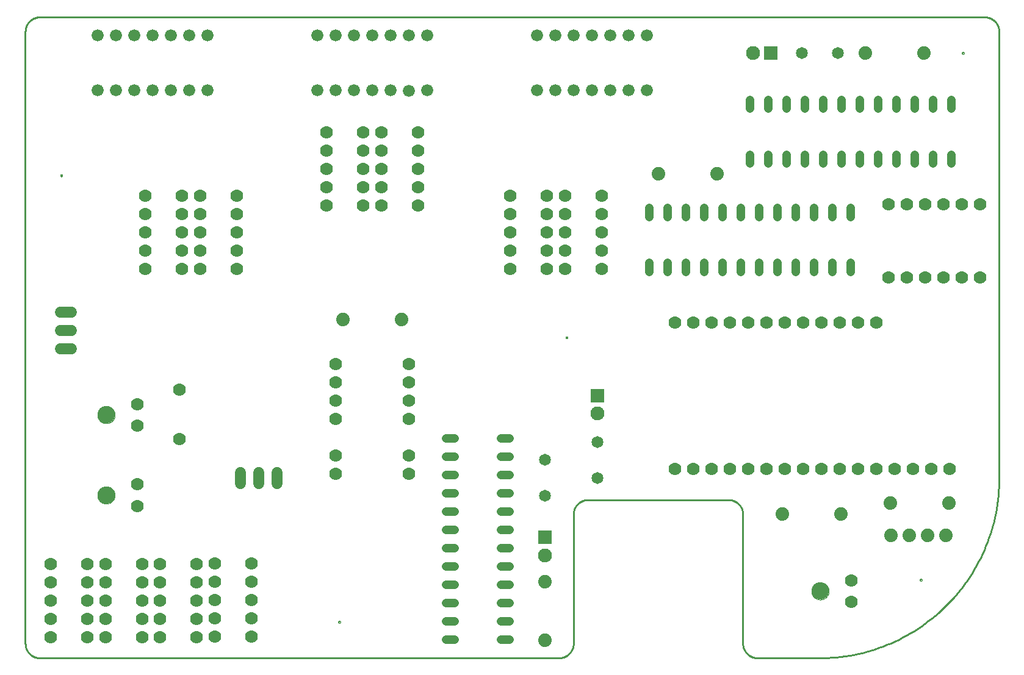
<source format=gbs>
G75*
%MOIN*%
%OFA0B0*%
%FSLAX25Y25*%
%IPPOS*%
%LPD*%
%AMOC8*
5,1,8,0,0,1.08239X$1,22.5*
%
%ADD10C,0.00000*%
%ADD11C,0.01200*%
%ADD12C,0.01000*%
%ADD13C,0.07000*%
%ADD14C,0.06600*%
%ADD15C,0.04800*%
%ADD16C,0.06000*%
%ADD17C,0.09488*%
%ADD18C,0.07600*%
%ADD19R,0.07600X0.07600*%
%ADD20C,0.07400*%
%ADD21C,0.06500*%
D10*
X0040890Y0090550D02*
X0040892Y0090687D01*
X0040898Y0090825D01*
X0040908Y0090962D01*
X0040922Y0091098D01*
X0040940Y0091234D01*
X0040961Y0091370D01*
X0040987Y0091505D01*
X0041017Y0091639D01*
X0041050Y0091772D01*
X0041087Y0091905D01*
X0041129Y0092036D01*
X0041173Y0092165D01*
X0041222Y0092294D01*
X0041274Y0092421D01*
X0041330Y0092546D01*
X0041390Y0092670D01*
X0041453Y0092792D01*
X0041520Y0092912D01*
X0041590Y0093030D01*
X0041663Y0093146D01*
X0041740Y0093260D01*
X0041820Y0093372D01*
X0041904Y0093481D01*
X0041990Y0093588D01*
X0042080Y0093692D01*
X0042172Y0093793D01*
X0042267Y0093892D01*
X0042366Y0093988D01*
X0042466Y0094082D01*
X0042570Y0094172D01*
X0042676Y0094259D01*
X0042785Y0094343D01*
X0042896Y0094424D01*
X0043009Y0094502D01*
X0043125Y0094576D01*
X0043242Y0094647D01*
X0043362Y0094714D01*
X0043483Y0094778D01*
X0043607Y0094839D01*
X0043732Y0094896D01*
X0043858Y0094949D01*
X0043986Y0094999D01*
X0044116Y0095045D01*
X0044247Y0095087D01*
X0044379Y0095125D01*
X0044512Y0095159D01*
X0044645Y0095190D01*
X0044780Y0095217D01*
X0044916Y0095239D01*
X0045052Y0095258D01*
X0045188Y0095273D01*
X0045325Y0095284D01*
X0045462Y0095291D01*
X0045600Y0095294D01*
X0045737Y0095293D01*
X0045874Y0095288D01*
X0046011Y0095279D01*
X0046148Y0095266D01*
X0046284Y0095249D01*
X0046420Y0095228D01*
X0046555Y0095204D01*
X0046690Y0095175D01*
X0046823Y0095143D01*
X0046956Y0095106D01*
X0047087Y0095066D01*
X0047217Y0095022D01*
X0047346Y0094974D01*
X0047473Y0094923D01*
X0047599Y0094868D01*
X0047723Y0094809D01*
X0047846Y0094747D01*
X0047966Y0094681D01*
X0048085Y0094612D01*
X0048201Y0094539D01*
X0048316Y0094463D01*
X0048428Y0094384D01*
X0048538Y0094301D01*
X0048645Y0094216D01*
X0048750Y0094127D01*
X0048852Y0094035D01*
X0048952Y0093941D01*
X0049049Y0093843D01*
X0049143Y0093743D01*
X0049234Y0093640D01*
X0049322Y0093535D01*
X0049406Y0093427D01*
X0049488Y0093316D01*
X0049567Y0093203D01*
X0049642Y0093088D01*
X0049714Y0092971D01*
X0049782Y0092852D01*
X0049847Y0092731D01*
X0049908Y0092608D01*
X0049966Y0092484D01*
X0050020Y0092358D01*
X0050071Y0092230D01*
X0050117Y0092101D01*
X0050160Y0091970D01*
X0050200Y0091839D01*
X0050235Y0091706D01*
X0050267Y0091572D01*
X0050294Y0091438D01*
X0050318Y0091302D01*
X0050338Y0091166D01*
X0050354Y0091030D01*
X0050366Y0090893D01*
X0050374Y0090756D01*
X0050378Y0090619D01*
X0050378Y0090481D01*
X0050374Y0090344D01*
X0050366Y0090207D01*
X0050354Y0090070D01*
X0050338Y0089934D01*
X0050318Y0089798D01*
X0050294Y0089662D01*
X0050267Y0089528D01*
X0050235Y0089394D01*
X0050200Y0089261D01*
X0050160Y0089130D01*
X0050117Y0088999D01*
X0050071Y0088870D01*
X0050020Y0088742D01*
X0049966Y0088616D01*
X0049908Y0088492D01*
X0049847Y0088369D01*
X0049782Y0088248D01*
X0049714Y0088129D01*
X0049642Y0088012D01*
X0049567Y0087897D01*
X0049488Y0087784D01*
X0049406Y0087673D01*
X0049322Y0087565D01*
X0049234Y0087460D01*
X0049143Y0087357D01*
X0049049Y0087257D01*
X0048952Y0087159D01*
X0048852Y0087065D01*
X0048750Y0086973D01*
X0048645Y0086884D01*
X0048538Y0086799D01*
X0048428Y0086716D01*
X0048316Y0086637D01*
X0048201Y0086561D01*
X0048085Y0086488D01*
X0047966Y0086419D01*
X0047846Y0086353D01*
X0047723Y0086291D01*
X0047599Y0086232D01*
X0047473Y0086177D01*
X0047346Y0086126D01*
X0047217Y0086078D01*
X0047087Y0086034D01*
X0046956Y0085994D01*
X0046823Y0085957D01*
X0046690Y0085925D01*
X0046555Y0085896D01*
X0046420Y0085872D01*
X0046284Y0085851D01*
X0046148Y0085834D01*
X0046011Y0085821D01*
X0045874Y0085812D01*
X0045737Y0085807D01*
X0045600Y0085806D01*
X0045462Y0085809D01*
X0045325Y0085816D01*
X0045188Y0085827D01*
X0045052Y0085842D01*
X0044916Y0085861D01*
X0044780Y0085883D01*
X0044645Y0085910D01*
X0044512Y0085941D01*
X0044379Y0085975D01*
X0044247Y0086013D01*
X0044116Y0086055D01*
X0043986Y0086101D01*
X0043858Y0086151D01*
X0043732Y0086204D01*
X0043607Y0086261D01*
X0043483Y0086322D01*
X0043362Y0086386D01*
X0043242Y0086453D01*
X0043125Y0086524D01*
X0043009Y0086598D01*
X0042896Y0086676D01*
X0042785Y0086757D01*
X0042676Y0086841D01*
X0042570Y0086928D01*
X0042466Y0087018D01*
X0042366Y0087112D01*
X0042267Y0087208D01*
X0042172Y0087307D01*
X0042080Y0087408D01*
X0041990Y0087512D01*
X0041904Y0087619D01*
X0041820Y0087728D01*
X0041740Y0087840D01*
X0041663Y0087954D01*
X0041590Y0088070D01*
X0041520Y0088188D01*
X0041453Y0088308D01*
X0041390Y0088430D01*
X0041330Y0088554D01*
X0041274Y0088679D01*
X0041222Y0088806D01*
X0041173Y0088935D01*
X0041129Y0089064D01*
X0041087Y0089195D01*
X0041050Y0089328D01*
X0041017Y0089461D01*
X0040987Y0089595D01*
X0040961Y0089730D01*
X0040940Y0089866D01*
X0040922Y0090002D01*
X0040908Y0090138D01*
X0040898Y0090275D01*
X0040892Y0090413D01*
X0040890Y0090550D01*
X0040914Y0134457D02*
X0040916Y0134594D01*
X0040922Y0134732D01*
X0040932Y0134869D01*
X0040946Y0135005D01*
X0040964Y0135141D01*
X0040985Y0135277D01*
X0041011Y0135412D01*
X0041041Y0135546D01*
X0041074Y0135679D01*
X0041111Y0135812D01*
X0041153Y0135943D01*
X0041197Y0136072D01*
X0041246Y0136201D01*
X0041298Y0136328D01*
X0041354Y0136453D01*
X0041414Y0136577D01*
X0041477Y0136699D01*
X0041544Y0136819D01*
X0041614Y0136937D01*
X0041687Y0137053D01*
X0041764Y0137167D01*
X0041844Y0137279D01*
X0041928Y0137388D01*
X0042014Y0137495D01*
X0042104Y0137599D01*
X0042196Y0137700D01*
X0042291Y0137799D01*
X0042390Y0137895D01*
X0042490Y0137989D01*
X0042594Y0138079D01*
X0042700Y0138166D01*
X0042809Y0138250D01*
X0042920Y0138331D01*
X0043033Y0138409D01*
X0043149Y0138483D01*
X0043266Y0138554D01*
X0043386Y0138621D01*
X0043507Y0138685D01*
X0043631Y0138746D01*
X0043756Y0138803D01*
X0043882Y0138856D01*
X0044010Y0138906D01*
X0044140Y0138952D01*
X0044271Y0138994D01*
X0044403Y0139032D01*
X0044536Y0139066D01*
X0044669Y0139097D01*
X0044804Y0139124D01*
X0044940Y0139146D01*
X0045076Y0139165D01*
X0045212Y0139180D01*
X0045349Y0139191D01*
X0045486Y0139198D01*
X0045624Y0139201D01*
X0045761Y0139200D01*
X0045898Y0139195D01*
X0046035Y0139186D01*
X0046172Y0139173D01*
X0046308Y0139156D01*
X0046444Y0139135D01*
X0046579Y0139111D01*
X0046714Y0139082D01*
X0046847Y0139050D01*
X0046980Y0139013D01*
X0047111Y0138973D01*
X0047241Y0138929D01*
X0047370Y0138881D01*
X0047497Y0138830D01*
X0047623Y0138775D01*
X0047747Y0138716D01*
X0047870Y0138654D01*
X0047990Y0138588D01*
X0048109Y0138519D01*
X0048225Y0138446D01*
X0048340Y0138370D01*
X0048452Y0138291D01*
X0048562Y0138208D01*
X0048669Y0138123D01*
X0048774Y0138034D01*
X0048876Y0137942D01*
X0048976Y0137848D01*
X0049073Y0137750D01*
X0049167Y0137650D01*
X0049258Y0137547D01*
X0049346Y0137442D01*
X0049430Y0137334D01*
X0049512Y0137223D01*
X0049591Y0137110D01*
X0049666Y0136995D01*
X0049738Y0136878D01*
X0049806Y0136759D01*
X0049871Y0136638D01*
X0049932Y0136515D01*
X0049990Y0136391D01*
X0050044Y0136265D01*
X0050095Y0136137D01*
X0050141Y0136008D01*
X0050184Y0135877D01*
X0050224Y0135746D01*
X0050259Y0135613D01*
X0050291Y0135479D01*
X0050318Y0135345D01*
X0050342Y0135209D01*
X0050362Y0135073D01*
X0050378Y0134937D01*
X0050390Y0134800D01*
X0050398Y0134663D01*
X0050402Y0134526D01*
X0050402Y0134388D01*
X0050398Y0134251D01*
X0050390Y0134114D01*
X0050378Y0133977D01*
X0050362Y0133841D01*
X0050342Y0133705D01*
X0050318Y0133569D01*
X0050291Y0133435D01*
X0050259Y0133301D01*
X0050224Y0133168D01*
X0050184Y0133037D01*
X0050141Y0132906D01*
X0050095Y0132777D01*
X0050044Y0132649D01*
X0049990Y0132523D01*
X0049932Y0132399D01*
X0049871Y0132276D01*
X0049806Y0132155D01*
X0049738Y0132036D01*
X0049666Y0131919D01*
X0049591Y0131804D01*
X0049512Y0131691D01*
X0049430Y0131580D01*
X0049346Y0131472D01*
X0049258Y0131367D01*
X0049167Y0131264D01*
X0049073Y0131164D01*
X0048976Y0131066D01*
X0048876Y0130972D01*
X0048774Y0130880D01*
X0048669Y0130791D01*
X0048562Y0130706D01*
X0048452Y0130623D01*
X0048340Y0130544D01*
X0048225Y0130468D01*
X0048109Y0130395D01*
X0047990Y0130326D01*
X0047870Y0130260D01*
X0047747Y0130198D01*
X0047623Y0130139D01*
X0047497Y0130084D01*
X0047370Y0130033D01*
X0047241Y0129985D01*
X0047111Y0129941D01*
X0046980Y0129901D01*
X0046847Y0129864D01*
X0046714Y0129832D01*
X0046579Y0129803D01*
X0046444Y0129779D01*
X0046308Y0129758D01*
X0046172Y0129741D01*
X0046035Y0129728D01*
X0045898Y0129719D01*
X0045761Y0129714D01*
X0045624Y0129713D01*
X0045486Y0129716D01*
X0045349Y0129723D01*
X0045212Y0129734D01*
X0045076Y0129749D01*
X0044940Y0129768D01*
X0044804Y0129790D01*
X0044669Y0129817D01*
X0044536Y0129848D01*
X0044403Y0129882D01*
X0044271Y0129920D01*
X0044140Y0129962D01*
X0044010Y0130008D01*
X0043882Y0130058D01*
X0043756Y0130111D01*
X0043631Y0130168D01*
X0043507Y0130229D01*
X0043386Y0130293D01*
X0043266Y0130360D01*
X0043149Y0130431D01*
X0043033Y0130505D01*
X0042920Y0130583D01*
X0042809Y0130664D01*
X0042700Y0130748D01*
X0042594Y0130835D01*
X0042490Y0130925D01*
X0042390Y0131019D01*
X0042291Y0131115D01*
X0042196Y0131214D01*
X0042104Y0131315D01*
X0042014Y0131419D01*
X0041928Y0131526D01*
X0041844Y0131635D01*
X0041764Y0131747D01*
X0041687Y0131861D01*
X0041614Y0131977D01*
X0041544Y0132095D01*
X0041477Y0132215D01*
X0041414Y0132337D01*
X0041354Y0132461D01*
X0041298Y0132586D01*
X0041246Y0132713D01*
X0041197Y0132842D01*
X0041153Y0132971D01*
X0041111Y0133102D01*
X0041074Y0133235D01*
X0041041Y0133368D01*
X0041011Y0133502D01*
X0040985Y0133637D01*
X0040964Y0133773D01*
X0040946Y0133909D01*
X0040932Y0134045D01*
X0040922Y0134182D01*
X0040916Y0134320D01*
X0040914Y0134457D01*
X0172424Y0021185D02*
X0172426Y0021234D01*
X0172432Y0021282D01*
X0172442Y0021330D01*
X0172456Y0021377D01*
X0172473Y0021423D01*
X0172494Y0021467D01*
X0172519Y0021509D01*
X0172547Y0021549D01*
X0172579Y0021587D01*
X0172613Y0021622D01*
X0172650Y0021654D01*
X0172689Y0021683D01*
X0172731Y0021709D01*
X0172775Y0021731D01*
X0172820Y0021749D01*
X0172867Y0021764D01*
X0172914Y0021775D01*
X0172963Y0021782D01*
X0173012Y0021785D01*
X0173061Y0021784D01*
X0173109Y0021779D01*
X0173158Y0021770D01*
X0173205Y0021757D01*
X0173251Y0021740D01*
X0173295Y0021720D01*
X0173338Y0021696D01*
X0173379Y0021669D01*
X0173417Y0021638D01*
X0173453Y0021605D01*
X0173485Y0021569D01*
X0173515Y0021530D01*
X0173542Y0021489D01*
X0173565Y0021445D01*
X0173584Y0021400D01*
X0173600Y0021354D01*
X0173612Y0021307D01*
X0173620Y0021258D01*
X0173624Y0021209D01*
X0173624Y0021161D01*
X0173620Y0021112D01*
X0173612Y0021063D01*
X0173600Y0021016D01*
X0173584Y0020970D01*
X0173565Y0020925D01*
X0173542Y0020881D01*
X0173515Y0020840D01*
X0173485Y0020801D01*
X0173453Y0020765D01*
X0173417Y0020732D01*
X0173379Y0020701D01*
X0173338Y0020674D01*
X0173295Y0020650D01*
X0173251Y0020630D01*
X0173205Y0020613D01*
X0173158Y0020600D01*
X0173109Y0020591D01*
X0173061Y0020586D01*
X0173012Y0020585D01*
X0172963Y0020588D01*
X0172914Y0020595D01*
X0172867Y0020606D01*
X0172820Y0020621D01*
X0172775Y0020639D01*
X0172731Y0020661D01*
X0172689Y0020687D01*
X0172650Y0020716D01*
X0172613Y0020748D01*
X0172579Y0020783D01*
X0172547Y0020821D01*
X0172519Y0020861D01*
X0172494Y0020903D01*
X0172473Y0020947D01*
X0172456Y0020993D01*
X0172442Y0021040D01*
X0172432Y0021088D01*
X0172426Y0021136D01*
X0172424Y0021185D01*
X0296577Y0176697D02*
X0296579Y0176746D01*
X0296585Y0176794D01*
X0296595Y0176842D01*
X0296609Y0176889D01*
X0296626Y0176935D01*
X0296647Y0176979D01*
X0296672Y0177021D01*
X0296700Y0177061D01*
X0296732Y0177099D01*
X0296766Y0177134D01*
X0296803Y0177166D01*
X0296842Y0177195D01*
X0296884Y0177221D01*
X0296928Y0177243D01*
X0296973Y0177261D01*
X0297020Y0177276D01*
X0297067Y0177287D01*
X0297116Y0177294D01*
X0297165Y0177297D01*
X0297214Y0177296D01*
X0297262Y0177291D01*
X0297311Y0177282D01*
X0297358Y0177269D01*
X0297404Y0177252D01*
X0297448Y0177232D01*
X0297491Y0177208D01*
X0297532Y0177181D01*
X0297570Y0177150D01*
X0297606Y0177117D01*
X0297638Y0177081D01*
X0297668Y0177042D01*
X0297695Y0177001D01*
X0297718Y0176957D01*
X0297737Y0176912D01*
X0297753Y0176866D01*
X0297765Y0176819D01*
X0297773Y0176770D01*
X0297777Y0176721D01*
X0297777Y0176673D01*
X0297773Y0176624D01*
X0297765Y0176575D01*
X0297753Y0176528D01*
X0297737Y0176482D01*
X0297718Y0176437D01*
X0297695Y0176393D01*
X0297668Y0176352D01*
X0297638Y0176313D01*
X0297606Y0176277D01*
X0297570Y0176244D01*
X0297532Y0176213D01*
X0297491Y0176186D01*
X0297448Y0176162D01*
X0297404Y0176142D01*
X0297358Y0176125D01*
X0297311Y0176112D01*
X0297262Y0176103D01*
X0297214Y0176098D01*
X0297165Y0176097D01*
X0297116Y0176100D01*
X0297067Y0176107D01*
X0297020Y0176118D01*
X0296973Y0176133D01*
X0296928Y0176151D01*
X0296884Y0176173D01*
X0296842Y0176199D01*
X0296803Y0176228D01*
X0296766Y0176260D01*
X0296732Y0176295D01*
X0296700Y0176333D01*
X0296672Y0176373D01*
X0296647Y0176415D01*
X0296626Y0176459D01*
X0296609Y0176505D01*
X0296595Y0176552D01*
X0296585Y0176600D01*
X0296579Y0176648D01*
X0296577Y0176697D01*
X0490050Y0044248D02*
X0490052Y0044297D01*
X0490058Y0044345D01*
X0490068Y0044393D01*
X0490082Y0044440D01*
X0490099Y0044486D01*
X0490120Y0044530D01*
X0490145Y0044572D01*
X0490173Y0044612D01*
X0490205Y0044650D01*
X0490239Y0044685D01*
X0490276Y0044717D01*
X0490315Y0044746D01*
X0490357Y0044772D01*
X0490401Y0044794D01*
X0490446Y0044812D01*
X0490493Y0044827D01*
X0490540Y0044838D01*
X0490589Y0044845D01*
X0490638Y0044848D01*
X0490687Y0044847D01*
X0490735Y0044842D01*
X0490784Y0044833D01*
X0490831Y0044820D01*
X0490877Y0044803D01*
X0490921Y0044783D01*
X0490964Y0044759D01*
X0491005Y0044732D01*
X0491043Y0044701D01*
X0491079Y0044668D01*
X0491111Y0044632D01*
X0491141Y0044593D01*
X0491168Y0044552D01*
X0491191Y0044508D01*
X0491210Y0044463D01*
X0491226Y0044417D01*
X0491238Y0044370D01*
X0491246Y0044321D01*
X0491250Y0044272D01*
X0491250Y0044224D01*
X0491246Y0044175D01*
X0491238Y0044126D01*
X0491226Y0044079D01*
X0491210Y0044033D01*
X0491191Y0043988D01*
X0491168Y0043944D01*
X0491141Y0043903D01*
X0491111Y0043864D01*
X0491079Y0043828D01*
X0491043Y0043795D01*
X0491005Y0043764D01*
X0490964Y0043737D01*
X0490921Y0043713D01*
X0490877Y0043693D01*
X0490831Y0043676D01*
X0490784Y0043663D01*
X0490735Y0043654D01*
X0490687Y0043649D01*
X0490638Y0043648D01*
X0490589Y0043651D01*
X0490540Y0043658D01*
X0490493Y0043669D01*
X0490446Y0043684D01*
X0490401Y0043702D01*
X0490357Y0043724D01*
X0490315Y0043750D01*
X0490276Y0043779D01*
X0490239Y0043811D01*
X0490205Y0043846D01*
X0490173Y0043884D01*
X0490145Y0043924D01*
X0490120Y0043966D01*
X0490099Y0044010D01*
X0490082Y0044056D01*
X0490068Y0044103D01*
X0490058Y0044151D01*
X0490052Y0044199D01*
X0490050Y0044248D01*
X0430906Y0038102D02*
X0430908Y0038239D01*
X0430914Y0038377D01*
X0430924Y0038514D01*
X0430938Y0038650D01*
X0430956Y0038786D01*
X0430977Y0038922D01*
X0431003Y0039057D01*
X0431033Y0039191D01*
X0431066Y0039324D01*
X0431103Y0039457D01*
X0431145Y0039588D01*
X0431189Y0039717D01*
X0431238Y0039846D01*
X0431290Y0039973D01*
X0431346Y0040098D01*
X0431406Y0040222D01*
X0431469Y0040344D01*
X0431536Y0040464D01*
X0431606Y0040582D01*
X0431679Y0040698D01*
X0431756Y0040812D01*
X0431836Y0040924D01*
X0431920Y0041033D01*
X0432006Y0041140D01*
X0432096Y0041244D01*
X0432188Y0041345D01*
X0432283Y0041444D01*
X0432382Y0041540D01*
X0432482Y0041634D01*
X0432586Y0041724D01*
X0432692Y0041811D01*
X0432801Y0041895D01*
X0432912Y0041976D01*
X0433025Y0042054D01*
X0433141Y0042128D01*
X0433258Y0042199D01*
X0433378Y0042266D01*
X0433499Y0042330D01*
X0433623Y0042391D01*
X0433748Y0042448D01*
X0433874Y0042501D01*
X0434002Y0042551D01*
X0434132Y0042597D01*
X0434263Y0042639D01*
X0434395Y0042677D01*
X0434528Y0042711D01*
X0434661Y0042742D01*
X0434796Y0042769D01*
X0434932Y0042791D01*
X0435068Y0042810D01*
X0435204Y0042825D01*
X0435341Y0042836D01*
X0435478Y0042843D01*
X0435616Y0042846D01*
X0435753Y0042845D01*
X0435890Y0042840D01*
X0436027Y0042831D01*
X0436164Y0042818D01*
X0436300Y0042801D01*
X0436436Y0042780D01*
X0436571Y0042756D01*
X0436706Y0042727D01*
X0436839Y0042695D01*
X0436972Y0042658D01*
X0437103Y0042618D01*
X0437233Y0042574D01*
X0437362Y0042526D01*
X0437489Y0042475D01*
X0437615Y0042420D01*
X0437739Y0042361D01*
X0437862Y0042299D01*
X0437982Y0042233D01*
X0438101Y0042164D01*
X0438217Y0042091D01*
X0438332Y0042015D01*
X0438444Y0041936D01*
X0438554Y0041853D01*
X0438661Y0041768D01*
X0438766Y0041679D01*
X0438868Y0041587D01*
X0438968Y0041493D01*
X0439065Y0041395D01*
X0439159Y0041295D01*
X0439250Y0041192D01*
X0439338Y0041087D01*
X0439422Y0040979D01*
X0439504Y0040868D01*
X0439583Y0040755D01*
X0439658Y0040640D01*
X0439730Y0040523D01*
X0439798Y0040404D01*
X0439863Y0040283D01*
X0439924Y0040160D01*
X0439982Y0040036D01*
X0440036Y0039910D01*
X0440087Y0039782D01*
X0440133Y0039653D01*
X0440176Y0039522D01*
X0440216Y0039391D01*
X0440251Y0039258D01*
X0440283Y0039124D01*
X0440310Y0038990D01*
X0440334Y0038854D01*
X0440354Y0038718D01*
X0440370Y0038582D01*
X0440382Y0038445D01*
X0440390Y0038308D01*
X0440394Y0038171D01*
X0440394Y0038033D01*
X0440390Y0037896D01*
X0440382Y0037759D01*
X0440370Y0037622D01*
X0440354Y0037486D01*
X0440334Y0037350D01*
X0440310Y0037214D01*
X0440283Y0037080D01*
X0440251Y0036946D01*
X0440216Y0036813D01*
X0440176Y0036682D01*
X0440133Y0036551D01*
X0440087Y0036422D01*
X0440036Y0036294D01*
X0439982Y0036168D01*
X0439924Y0036044D01*
X0439863Y0035921D01*
X0439798Y0035800D01*
X0439730Y0035681D01*
X0439658Y0035564D01*
X0439583Y0035449D01*
X0439504Y0035336D01*
X0439422Y0035225D01*
X0439338Y0035117D01*
X0439250Y0035012D01*
X0439159Y0034909D01*
X0439065Y0034809D01*
X0438968Y0034711D01*
X0438868Y0034617D01*
X0438766Y0034525D01*
X0438661Y0034436D01*
X0438554Y0034351D01*
X0438444Y0034268D01*
X0438332Y0034189D01*
X0438217Y0034113D01*
X0438101Y0034040D01*
X0437982Y0033971D01*
X0437862Y0033905D01*
X0437739Y0033843D01*
X0437615Y0033784D01*
X0437489Y0033729D01*
X0437362Y0033678D01*
X0437233Y0033630D01*
X0437103Y0033586D01*
X0436972Y0033546D01*
X0436839Y0033509D01*
X0436706Y0033477D01*
X0436571Y0033448D01*
X0436436Y0033424D01*
X0436300Y0033403D01*
X0436164Y0033386D01*
X0436027Y0033373D01*
X0435890Y0033364D01*
X0435753Y0033359D01*
X0435616Y0033358D01*
X0435478Y0033361D01*
X0435341Y0033368D01*
X0435204Y0033379D01*
X0435068Y0033394D01*
X0434932Y0033413D01*
X0434796Y0033435D01*
X0434661Y0033462D01*
X0434528Y0033493D01*
X0434395Y0033527D01*
X0434263Y0033565D01*
X0434132Y0033607D01*
X0434002Y0033653D01*
X0433874Y0033703D01*
X0433748Y0033756D01*
X0433623Y0033813D01*
X0433499Y0033874D01*
X0433378Y0033938D01*
X0433258Y0034005D01*
X0433141Y0034076D01*
X0433025Y0034150D01*
X0432912Y0034228D01*
X0432801Y0034309D01*
X0432692Y0034393D01*
X0432586Y0034480D01*
X0432482Y0034570D01*
X0432382Y0034664D01*
X0432283Y0034760D01*
X0432188Y0034859D01*
X0432096Y0034960D01*
X0432006Y0035064D01*
X0431920Y0035171D01*
X0431836Y0035280D01*
X0431756Y0035392D01*
X0431679Y0035506D01*
X0431606Y0035622D01*
X0431536Y0035740D01*
X0431469Y0035860D01*
X0431406Y0035982D01*
X0431346Y0036106D01*
X0431290Y0036231D01*
X0431238Y0036358D01*
X0431189Y0036487D01*
X0431145Y0036616D01*
X0431103Y0036747D01*
X0431066Y0036880D01*
X0431033Y0037013D01*
X0431003Y0037147D01*
X0430977Y0037282D01*
X0430956Y0037418D01*
X0430938Y0037554D01*
X0430924Y0037690D01*
X0430914Y0037827D01*
X0430908Y0037965D01*
X0430906Y0038102D01*
X0020585Y0265280D02*
X0020587Y0265329D01*
X0020593Y0265377D01*
X0020603Y0265425D01*
X0020617Y0265472D01*
X0020634Y0265518D01*
X0020655Y0265562D01*
X0020680Y0265604D01*
X0020708Y0265644D01*
X0020740Y0265682D01*
X0020774Y0265717D01*
X0020811Y0265749D01*
X0020850Y0265778D01*
X0020892Y0265804D01*
X0020936Y0265826D01*
X0020981Y0265844D01*
X0021028Y0265859D01*
X0021075Y0265870D01*
X0021124Y0265877D01*
X0021173Y0265880D01*
X0021222Y0265879D01*
X0021270Y0265874D01*
X0021319Y0265865D01*
X0021366Y0265852D01*
X0021412Y0265835D01*
X0021456Y0265815D01*
X0021499Y0265791D01*
X0021540Y0265764D01*
X0021578Y0265733D01*
X0021614Y0265700D01*
X0021646Y0265664D01*
X0021676Y0265625D01*
X0021703Y0265584D01*
X0021726Y0265540D01*
X0021745Y0265495D01*
X0021761Y0265449D01*
X0021773Y0265402D01*
X0021781Y0265353D01*
X0021785Y0265304D01*
X0021785Y0265256D01*
X0021781Y0265207D01*
X0021773Y0265158D01*
X0021761Y0265111D01*
X0021745Y0265065D01*
X0021726Y0265020D01*
X0021703Y0264976D01*
X0021676Y0264935D01*
X0021646Y0264896D01*
X0021614Y0264860D01*
X0021578Y0264827D01*
X0021540Y0264796D01*
X0021499Y0264769D01*
X0021456Y0264745D01*
X0021412Y0264725D01*
X0021366Y0264708D01*
X0021319Y0264695D01*
X0021270Y0264686D01*
X0021222Y0264681D01*
X0021173Y0264680D01*
X0021124Y0264683D01*
X0021075Y0264690D01*
X0021028Y0264701D01*
X0020981Y0264716D01*
X0020936Y0264734D01*
X0020892Y0264756D01*
X0020850Y0264782D01*
X0020811Y0264811D01*
X0020774Y0264843D01*
X0020740Y0264878D01*
X0020708Y0264916D01*
X0020680Y0264956D01*
X0020655Y0264998D01*
X0020634Y0265042D01*
X0020617Y0265088D01*
X0020603Y0265135D01*
X0020593Y0265183D01*
X0020587Y0265231D01*
X0020585Y0265280D01*
X0513113Y0332209D02*
X0513115Y0332258D01*
X0513121Y0332306D01*
X0513131Y0332354D01*
X0513145Y0332401D01*
X0513162Y0332447D01*
X0513183Y0332491D01*
X0513208Y0332533D01*
X0513236Y0332573D01*
X0513268Y0332611D01*
X0513302Y0332646D01*
X0513339Y0332678D01*
X0513378Y0332707D01*
X0513420Y0332733D01*
X0513464Y0332755D01*
X0513509Y0332773D01*
X0513556Y0332788D01*
X0513603Y0332799D01*
X0513652Y0332806D01*
X0513701Y0332809D01*
X0513750Y0332808D01*
X0513798Y0332803D01*
X0513847Y0332794D01*
X0513894Y0332781D01*
X0513940Y0332764D01*
X0513984Y0332744D01*
X0514027Y0332720D01*
X0514068Y0332693D01*
X0514106Y0332662D01*
X0514142Y0332629D01*
X0514174Y0332593D01*
X0514204Y0332554D01*
X0514231Y0332513D01*
X0514254Y0332469D01*
X0514273Y0332424D01*
X0514289Y0332378D01*
X0514301Y0332331D01*
X0514309Y0332282D01*
X0514313Y0332233D01*
X0514313Y0332185D01*
X0514309Y0332136D01*
X0514301Y0332087D01*
X0514289Y0332040D01*
X0514273Y0331994D01*
X0514254Y0331949D01*
X0514231Y0331905D01*
X0514204Y0331864D01*
X0514174Y0331825D01*
X0514142Y0331789D01*
X0514106Y0331756D01*
X0514068Y0331725D01*
X0514027Y0331698D01*
X0513984Y0331674D01*
X0513940Y0331654D01*
X0513894Y0331637D01*
X0513847Y0331624D01*
X0513798Y0331615D01*
X0513750Y0331610D01*
X0513701Y0331609D01*
X0513652Y0331612D01*
X0513603Y0331619D01*
X0513556Y0331630D01*
X0513509Y0331645D01*
X0513464Y0331663D01*
X0513420Y0331685D01*
X0513378Y0331711D01*
X0513339Y0331740D01*
X0513302Y0331772D01*
X0513268Y0331807D01*
X0513236Y0331845D01*
X0513208Y0331885D01*
X0513183Y0331927D01*
X0513162Y0331971D01*
X0513145Y0332017D01*
X0513131Y0332064D01*
X0513121Y0332112D01*
X0513115Y0332160D01*
X0513113Y0332209D01*
D11*
X0513713Y0332209D03*
X0297177Y0176697D03*
X0490650Y0044248D03*
X0173024Y0021185D03*
X0021185Y0265280D03*
D12*
X0009500Y0001500D02*
X0292917Y0001500D01*
X0293110Y0001502D01*
X0293304Y0001509D01*
X0293496Y0001521D01*
X0293689Y0001537D01*
X0293881Y0001558D01*
X0294073Y0001584D01*
X0294264Y0001614D01*
X0294454Y0001649D01*
X0294643Y0001688D01*
X0294832Y0001732D01*
X0295019Y0001781D01*
X0295205Y0001834D01*
X0295389Y0001892D01*
X0295572Y0001954D01*
X0295754Y0002020D01*
X0295934Y0002091D01*
X0296112Y0002166D01*
X0296288Y0002245D01*
X0296463Y0002329D01*
X0296635Y0002416D01*
X0296805Y0002508D01*
X0296973Y0002604D01*
X0297138Y0002704D01*
X0297301Y0002808D01*
X0297462Y0002916D01*
X0297619Y0003028D01*
X0297774Y0003143D01*
X0297926Y0003263D01*
X0298076Y0003385D01*
X0298222Y0003512D01*
X0298365Y0003642D01*
X0298505Y0003775D01*
X0298642Y0003912D01*
X0298775Y0004052D01*
X0298905Y0004195D01*
X0299032Y0004341D01*
X0299154Y0004491D01*
X0299274Y0004643D01*
X0299389Y0004798D01*
X0299501Y0004955D01*
X0299609Y0005116D01*
X0299713Y0005279D01*
X0299813Y0005444D01*
X0299909Y0005612D01*
X0300001Y0005782D01*
X0300088Y0005954D01*
X0300172Y0006129D01*
X0300251Y0006305D01*
X0300326Y0006483D01*
X0300397Y0006663D01*
X0300463Y0006845D01*
X0300525Y0007028D01*
X0300583Y0007212D01*
X0300636Y0007398D01*
X0300685Y0007585D01*
X0300729Y0007774D01*
X0300768Y0007963D01*
X0300803Y0008153D01*
X0300833Y0008344D01*
X0300859Y0008536D01*
X0300880Y0008728D01*
X0300896Y0008921D01*
X0300908Y0009113D01*
X0300915Y0009307D01*
X0300917Y0009500D01*
X0300917Y0080030D01*
X0300919Y0080223D01*
X0300926Y0080417D01*
X0300938Y0080609D01*
X0300954Y0080802D01*
X0300975Y0080994D01*
X0301001Y0081186D01*
X0301031Y0081377D01*
X0301066Y0081567D01*
X0301105Y0081756D01*
X0301149Y0081945D01*
X0301198Y0082132D01*
X0301251Y0082318D01*
X0301309Y0082502D01*
X0301371Y0082685D01*
X0301437Y0082867D01*
X0301508Y0083047D01*
X0301583Y0083225D01*
X0301662Y0083401D01*
X0301746Y0083576D01*
X0301833Y0083748D01*
X0301925Y0083918D01*
X0302021Y0084086D01*
X0302121Y0084251D01*
X0302225Y0084414D01*
X0302333Y0084575D01*
X0302445Y0084732D01*
X0302560Y0084887D01*
X0302680Y0085039D01*
X0302802Y0085189D01*
X0302929Y0085335D01*
X0303059Y0085478D01*
X0303192Y0085618D01*
X0303329Y0085755D01*
X0303469Y0085888D01*
X0303612Y0086018D01*
X0303758Y0086145D01*
X0303908Y0086267D01*
X0304060Y0086387D01*
X0304215Y0086502D01*
X0304372Y0086614D01*
X0304533Y0086722D01*
X0304696Y0086826D01*
X0304861Y0086926D01*
X0305029Y0087022D01*
X0305199Y0087114D01*
X0305371Y0087201D01*
X0305546Y0087285D01*
X0305722Y0087364D01*
X0305900Y0087439D01*
X0306080Y0087510D01*
X0306262Y0087576D01*
X0306445Y0087638D01*
X0306629Y0087696D01*
X0306815Y0087749D01*
X0307002Y0087798D01*
X0307191Y0087842D01*
X0307380Y0087881D01*
X0307570Y0087916D01*
X0307761Y0087946D01*
X0307953Y0087972D01*
X0308145Y0087993D01*
X0308338Y0088009D01*
X0308530Y0088021D01*
X0308724Y0088028D01*
X0308917Y0088030D01*
X0385437Y0088030D01*
X0385630Y0088028D01*
X0385824Y0088021D01*
X0386016Y0088009D01*
X0386209Y0087993D01*
X0386401Y0087972D01*
X0386593Y0087946D01*
X0386784Y0087916D01*
X0386974Y0087881D01*
X0387163Y0087842D01*
X0387352Y0087798D01*
X0387539Y0087749D01*
X0387725Y0087696D01*
X0387909Y0087638D01*
X0388092Y0087576D01*
X0388274Y0087510D01*
X0388454Y0087439D01*
X0388632Y0087364D01*
X0388808Y0087285D01*
X0388983Y0087201D01*
X0389155Y0087114D01*
X0389325Y0087022D01*
X0389493Y0086926D01*
X0389658Y0086826D01*
X0389821Y0086722D01*
X0389982Y0086614D01*
X0390139Y0086502D01*
X0390294Y0086387D01*
X0390446Y0086267D01*
X0390596Y0086145D01*
X0390742Y0086018D01*
X0390885Y0085888D01*
X0391025Y0085755D01*
X0391162Y0085618D01*
X0391295Y0085478D01*
X0391425Y0085335D01*
X0391552Y0085189D01*
X0391674Y0085039D01*
X0391794Y0084887D01*
X0391909Y0084732D01*
X0392021Y0084575D01*
X0392129Y0084414D01*
X0392233Y0084251D01*
X0392333Y0084086D01*
X0392429Y0083918D01*
X0392521Y0083748D01*
X0392608Y0083576D01*
X0392692Y0083401D01*
X0392771Y0083225D01*
X0392846Y0083047D01*
X0392917Y0082867D01*
X0392983Y0082685D01*
X0393045Y0082502D01*
X0393103Y0082318D01*
X0393156Y0082132D01*
X0393205Y0081945D01*
X0393249Y0081756D01*
X0393288Y0081567D01*
X0393323Y0081377D01*
X0393353Y0081186D01*
X0393379Y0080994D01*
X0393400Y0080802D01*
X0393416Y0080609D01*
X0393428Y0080417D01*
X0393435Y0080223D01*
X0393437Y0080030D01*
X0393437Y0009500D01*
X0393439Y0009307D01*
X0393446Y0009113D01*
X0393458Y0008921D01*
X0393474Y0008728D01*
X0393495Y0008536D01*
X0393521Y0008344D01*
X0393551Y0008153D01*
X0393586Y0007963D01*
X0393625Y0007774D01*
X0393669Y0007585D01*
X0393718Y0007398D01*
X0393771Y0007212D01*
X0393829Y0007028D01*
X0393891Y0006845D01*
X0393957Y0006663D01*
X0394028Y0006483D01*
X0394103Y0006305D01*
X0394182Y0006129D01*
X0394266Y0005954D01*
X0394353Y0005782D01*
X0394445Y0005612D01*
X0394541Y0005444D01*
X0394641Y0005279D01*
X0394745Y0005116D01*
X0394853Y0004955D01*
X0394965Y0004798D01*
X0395080Y0004643D01*
X0395200Y0004491D01*
X0395322Y0004341D01*
X0395449Y0004195D01*
X0395579Y0004052D01*
X0395712Y0003912D01*
X0395849Y0003775D01*
X0395989Y0003642D01*
X0396132Y0003512D01*
X0396278Y0003385D01*
X0396428Y0003263D01*
X0396580Y0003143D01*
X0396735Y0003028D01*
X0396892Y0002916D01*
X0397053Y0002808D01*
X0397216Y0002704D01*
X0397381Y0002604D01*
X0397549Y0002508D01*
X0397719Y0002416D01*
X0397891Y0002329D01*
X0398066Y0002245D01*
X0398242Y0002166D01*
X0398420Y0002091D01*
X0398600Y0002020D01*
X0398782Y0001954D01*
X0398965Y0001892D01*
X0399149Y0001834D01*
X0399335Y0001781D01*
X0399522Y0001732D01*
X0399711Y0001688D01*
X0399900Y0001649D01*
X0400090Y0001614D01*
X0400281Y0001584D01*
X0400473Y0001558D01*
X0400665Y0001537D01*
X0400858Y0001521D01*
X0401050Y0001509D01*
X0401244Y0001502D01*
X0401437Y0001500D01*
X0434972Y0001500D01*
X0437350Y0001529D01*
X0439727Y0001615D01*
X0442101Y0001759D01*
X0444471Y0001959D01*
X0446836Y0002218D01*
X0449193Y0002533D01*
X0451543Y0002905D01*
X0453882Y0003334D01*
X0456211Y0003819D01*
X0458527Y0004360D01*
X0460829Y0004957D01*
X0463116Y0005610D01*
X0465387Y0006317D01*
X0467640Y0007080D01*
X0469874Y0007896D01*
X0472088Y0008766D01*
X0474279Y0009690D01*
X0476448Y0010666D01*
X0478593Y0011694D01*
X0480712Y0012774D01*
X0482805Y0013905D01*
X0484870Y0015086D01*
X0486905Y0016316D01*
X0488910Y0017595D01*
X0490884Y0018923D01*
X0492825Y0020298D01*
X0494732Y0021719D01*
X0496604Y0023186D01*
X0498441Y0024697D01*
X0500240Y0026253D01*
X0502001Y0027851D01*
X0503723Y0029492D01*
X0505405Y0031174D01*
X0507046Y0032896D01*
X0508644Y0034657D01*
X0510200Y0036456D01*
X0511711Y0038293D01*
X0513178Y0040165D01*
X0514599Y0042072D01*
X0515974Y0044013D01*
X0517302Y0045987D01*
X0518581Y0047992D01*
X0519811Y0050027D01*
X0520992Y0052092D01*
X0522123Y0054185D01*
X0523203Y0056304D01*
X0524231Y0058449D01*
X0525207Y0060618D01*
X0526131Y0062809D01*
X0527001Y0065023D01*
X0527817Y0067257D01*
X0528580Y0069510D01*
X0529287Y0071781D01*
X0529940Y0074068D01*
X0530537Y0076370D01*
X0531078Y0078686D01*
X0531563Y0081015D01*
X0531992Y0083354D01*
X0532364Y0085704D01*
X0532679Y0088061D01*
X0532938Y0090426D01*
X0533138Y0092796D01*
X0533282Y0095170D01*
X0533368Y0097547D01*
X0533397Y0099925D01*
X0533398Y0099925D02*
X0533398Y0343894D01*
X0533396Y0344087D01*
X0533389Y0344281D01*
X0533377Y0344473D01*
X0533361Y0344666D01*
X0533340Y0344858D01*
X0533314Y0345050D01*
X0533284Y0345241D01*
X0533249Y0345431D01*
X0533210Y0345620D01*
X0533166Y0345809D01*
X0533117Y0345996D01*
X0533064Y0346182D01*
X0533006Y0346366D01*
X0532944Y0346549D01*
X0532878Y0346731D01*
X0532807Y0346911D01*
X0532732Y0347089D01*
X0532653Y0347265D01*
X0532569Y0347440D01*
X0532482Y0347612D01*
X0532390Y0347782D01*
X0532294Y0347950D01*
X0532194Y0348115D01*
X0532090Y0348278D01*
X0531982Y0348439D01*
X0531870Y0348596D01*
X0531755Y0348751D01*
X0531635Y0348903D01*
X0531513Y0349053D01*
X0531386Y0349199D01*
X0531256Y0349342D01*
X0531123Y0349482D01*
X0530986Y0349619D01*
X0530846Y0349752D01*
X0530703Y0349882D01*
X0530557Y0350009D01*
X0530407Y0350131D01*
X0530255Y0350251D01*
X0530100Y0350366D01*
X0529943Y0350478D01*
X0529782Y0350586D01*
X0529619Y0350690D01*
X0529454Y0350790D01*
X0529286Y0350886D01*
X0529116Y0350978D01*
X0528944Y0351065D01*
X0528769Y0351149D01*
X0528593Y0351228D01*
X0528415Y0351303D01*
X0528235Y0351374D01*
X0528053Y0351440D01*
X0527870Y0351502D01*
X0527686Y0351560D01*
X0527500Y0351613D01*
X0527313Y0351662D01*
X0527124Y0351706D01*
X0526935Y0351745D01*
X0526745Y0351780D01*
X0526554Y0351810D01*
X0526362Y0351836D01*
X0526170Y0351857D01*
X0525977Y0351873D01*
X0525785Y0351885D01*
X0525591Y0351892D01*
X0525398Y0351894D01*
X0009500Y0351894D01*
X0009307Y0351892D01*
X0009113Y0351885D01*
X0008921Y0351873D01*
X0008728Y0351857D01*
X0008536Y0351836D01*
X0008344Y0351810D01*
X0008153Y0351780D01*
X0007963Y0351745D01*
X0007774Y0351706D01*
X0007585Y0351662D01*
X0007398Y0351613D01*
X0007212Y0351560D01*
X0007028Y0351502D01*
X0006845Y0351440D01*
X0006663Y0351374D01*
X0006483Y0351303D01*
X0006305Y0351228D01*
X0006129Y0351149D01*
X0005954Y0351065D01*
X0005782Y0350978D01*
X0005612Y0350886D01*
X0005444Y0350790D01*
X0005279Y0350690D01*
X0005116Y0350586D01*
X0004955Y0350478D01*
X0004798Y0350366D01*
X0004643Y0350251D01*
X0004491Y0350131D01*
X0004341Y0350009D01*
X0004195Y0349882D01*
X0004052Y0349752D01*
X0003912Y0349619D01*
X0003775Y0349482D01*
X0003642Y0349342D01*
X0003512Y0349199D01*
X0003385Y0349053D01*
X0003263Y0348903D01*
X0003143Y0348751D01*
X0003028Y0348596D01*
X0002916Y0348439D01*
X0002808Y0348278D01*
X0002704Y0348115D01*
X0002604Y0347950D01*
X0002508Y0347782D01*
X0002416Y0347612D01*
X0002329Y0347440D01*
X0002245Y0347265D01*
X0002166Y0347089D01*
X0002091Y0346911D01*
X0002020Y0346731D01*
X0001954Y0346549D01*
X0001892Y0346366D01*
X0001834Y0346182D01*
X0001781Y0345996D01*
X0001732Y0345809D01*
X0001688Y0345620D01*
X0001649Y0345431D01*
X0001614Y0345241D01*
X0001584Y0345050D01*
X0001558Y0344858D01*
X0001537Y0344666D01*
X0001521Y0344473D01*
X0001509Y0344281D01*
X0001502Y0344087D01*
X0001500Y0343894D01*
X0001500Y0009500D01*
X0001502Y0009307D01*
X0001509Y0009113D01*
X0001521Y0008921D01*
X0001537Y0008728D01*
X0001558Y0008536D01*
X0001584Y0008344D01*
X0001614Y0008153D01*
X0001649Y0007963D01*
X0001688Y0007774D01*
X0001732Y0007585D01*
X0001781Y0007398D01*
X0001834Y0007212D01*
X0001892Y0007028D01*
X0001954Y0006845D01*
X0002020Y0006663D01*
X0002091Y0006483D01*
X0002166Y0006305D01*
X0002245Y0006129D01*
X0002329Y0005954D01*
X0002416Y0005782D01*
X0002508Y0005612D01*
X0002604Y0005444D01*
X0002704Y0005279D01*
X0002808Y0005116D01*
X0002916Y0004955D01*
X0003028Y0004798D01*
X0003143Y0004643D01*
X0003263Y0004491D01*
X0003385Y0004341D01*
X0003512Y0004195D01*
X0003642Y0004052D01*
X0003775Y0003912D01*
X0003912Y0003775D01*
X0004052Y0003642D01*
X0004195Y0003512D01*
X0004341Y0003385D01*
X0004491Y0003263D01*
X0004643Y0003143D01*
X0004798Y0003028D01*
X0004955Y0002916D01*
X0005116Y0002808D01*
X0005279Y0002704D01*
X0005444Y0002604D01*
X0005612Y0002508D01*
X0005782Y0002416D01*
X0005954Y0002329D01*
X0006129Y0002245D01*
X0006305Y0002166D01*
X0006483Y0002091D01*
X0006663Y0002020D01*
X0006845Y0001954D01*
X0007028Y0001892D01*
X0007212Y0001834D01*
X0007398Y0001781D01*
X0007585Y0001732D01*
X0007774Y0001688D01*
X0007963Y0001649D01*
X0008153Y0001614D01*
X0008344Y0001584D01*
X0008536Y0001558D01*
X0008728Y0001537D01*
X0008921Y0001521D01*
X0009113Y0001509D01*
X0009307Y0001502D01*
X0009500Y0001500D01*
D13*
X0015226Y0013015D03*
X0015226Y0023015D03*
X0015226Y0033015D03*
X0015226Y0043015D03*
X0015226Y0053015D03*
X0035226Y0053015D03*
X0045181Y0053023D03*
X0045181Y0043023D03*
X0035226Y0043015D03*
X0035226Y0033015D03*
X0045181Y0033023D03*
X0045181Y0023023D03*
X0035226Y0023015D03*
X0035226Y0013015D03*
X0045181Y0013023D03*
X0065181Y0013023D03*
X0075112Y0013024D03*
X0075112Y0023024D03*
X0065181Y0023023D03*
X0065181Y0033023D03*
X0075112Y0033024D03*
X0075112Y0043024D03*
X0065181Y0043023D03*
X0065181Y0053023D03*
X0075112Y0053024D03*
X0095112Y0053024D03*
X0105141Y0053046D03*
X0105141Y0043046D03*
X0095112Y0043024D03*
X0095112Y0033024D03*
X0105141Y0033046D03*
X0105141Y0023046D03*
X0095112Y0023024D03*
X0095112Y0013024D03*
X0105141Y0013046D03*
X0125141Y0013046D03*
X0125141Y0023046D03*
X0125141Y0033046D03*
X0125141Y0043046D03*
X0125141Y0053046D03*
X0062642Y0084645D03*
X0062642Y0096456D03*
X0085689Y0121173D03*
X0062666Y0128552D03*
X0062666Y0140363D03*
X0085689Y0148110D03*
X0171059Y0152106D03*
X0171059Y0162106D03*
X0171059Y0142106D03*
X0171059Y0132106D03*
X0171059Y0112106D03*
X0171059Y0102106D03*
X0211059Y0102106D03*
X0211059Y0112106D03*
X0211059Y0132106D03*
X0211059Y0142106D03*
X0211059Y0152106D03*
X0211059Y0162106D03*
X0266329Y0214204D03*
X0266329Y0224204D03*
X0266329Y0234204D03*
X0266329Y0244204D03*
X0266329Y0254204D03*
X0286329Y0254204D03*
X0296294Y0254230D03*
X0296294Y0244230D03*
X0286329Y0244204D03*
X0286329Y0234204D03*
X0296294Y0234230D03*
X0296294Y0224230D03*
X0286329Y0224204D03*
X0286329Y0214204D03*
X0296294Y0214230D03*
X0316294Y0214230D03*
X0316294Y0224230D03*
X0316294Y0234230D03*
X0316294Y0244230D03*
X0316294Y0254230D03*
X0216050Y0258920D03*
X0216050Y0248920D03*
X0196050Y0248920D03*
X0186050Y0248926D03*
X0186050Y0258926D03*
X0196050Y0258920D03*
X0196050Y0268920D03*
X0186050Y0268926D03*
X0186050Y0278926D03*
X0196050Y0278920D03*
X0196050Y0288920D03*
X0186050Y0288926D03*
X0166050Y0288926D03*
X0166050Y0278926D03*
X0166050Y0268926D03*
X0166050Y0258926D03*
X0166050Y0248926D03*
X0116900Y0244231D03*
X0116900Y0254231D03*
X0096900Y0254231D03*
X0086943Y0254224D03*
X0086943Y0244224D03*
X0096900Y0244231D03*
X0096900Y0234231D03*
X0086943Y0234224D03*
X0086943Y0224224D03*
X0096900Y0224231D03*
X0096900Y0214231D03*
X0086943Y0214224D03*
X0066943Y0214224D03*
X0066943Y0224224D03*
X0066943Y0234224D03*
X0066943Y0244224D03*
X0066943Y0254224D03*
X0116900Y0234231D03*
X0116900Y0224231D03*
X0116900Y0214231D03*
X0216050Y0268920D03*
X0216050Y0278920D03*
X0216050Y0288920D03*
X0356392Y0184981D03*
X0366392Y0184981D03*
X0376392Y0184981D03*
X0386392Y0184981D03*
X0396392Y0184981D03*
X0406392Y0184981D03*
X0416392Y0184981D03*
X0426392Y0184981D03*
X0436392Y0184981D03*
X0446392Y0184981D03*
X0456392Y0184981D03*
X0466392Y0184981D03*
X0472928Y0209491D03*
X0482928Y0209491D03*
X0492928Y0209491D03*
X0502928Y0209491D03*
X0512928Y0209491D03*
X0522928Y0209491D03*
X0522928Y0249491D03*
X0512928Y0249491D03*
X0502928Y0249491D03*
X0492928Y0249491D03*
X0482928Y0249491D03*
X0472928Y0249491D03*
X0476392Y0104981D03*
X0466392Y0104981D03*
X0456392Y0104981D03*
X0446392Y0104981D03*
X0436392Y0104981D03*
X0426392Y0104981D03*
X0416392Y0104981D03*
X0406392Y0104981D03*
X0396392Y0104981D03*
X0386392Y0104981D03*
X0376392Y0104981D03*
X0366392Y0104981D03*
X0356392Y0104981D03*
X0452657Y0044008D03*
X0452657Y0032197D03*
X0486392Y0104981D03*
X0496392Y0104981D03*
X0506392Y0104981D03*
D14*
X0340966Y0312039D03*
X0330866Y0311739D03*
X0320966Y0312039D03*
X0310966Y0312039D03*
X0300966Y0312039D03*
X0290966Y0312039D03*
X0280966Y0312039D03*
X0280972Y0341986D03*
X0290972Y0341986D03*
X0300972Y0341986D03*
X0310972Y0341986D03*
X0320972Y0341986D03*
X0330972Y0341986D03*
X0340972Y0341986D03*
X0221063Y0341952D03*
X0211063Y0341952D03*
X0201063Y0341952D03*
X0191063Y0341952D03*
X0181063Y0341952D03*
X0171063Y0341952D03*
X0161063Y0341952D03*
X0161057Y0312006D03*
X0171057Y0312006D03*
X0181057Y0312006D03*
X0191057Y0312006D03*
X0201057Y0312006D03*
X0210957Y0311706D03*
X0221057Y0312006D03*
X0101145Y0312039D03*
X0091045Y0311739D03*
X0081145Y0312039D03*
X0071145Y0312039D03*
X0061145Y0312039D03*
X0051145Y0312039D03*
X0041145Y0312039D03*
X0041151Y0341985D03*
X0051151Y0341985D03*
X0061151Y0341985D03*
X0071151Y0341985D03*
X0081151Y0341985D03*
X0091151Y0341985D03*
X0101151Y0341985D03*
D15*
X0342319Y0247396D02*
X0342319Y0242596D01*
X0352319Y0242596D02*
X0352319Y0247396D01*
X0362319Y0247396D02*
X0362319Y0242596D01*
X0372319Y0242596D02*
X0372319Y0247396D01*
X0382319Y0247396D02*
X0382319Y0242596D01*
X0392319Y0242596D02*
X0392319Y0247396D01*
X0402319Y0247396D02*
X0402319Y0242596D01*
X0412319Y0242596D02*
X0412319Y0247396D01*
X0422319Y0247396D02*
X0422319Y0242596D01*
X0432319Y0242596D02*
X0432319Y0247396D01*
X0442319Y0247396D02*
X0442319Y0242596D01*
X0452319Y0242596D02*
X0452319Y0247396D01*
X0447500Y0271777D02*
X0447500Y0276577D01*
X0437500Y0276577D02*
X0437500Y0271777D01*
X0427500Y0271777D02*
X0427500Y0276577D01*
X0417500Y0276577D02*
X0417500Y0271777D01*
X0407500Y0271777D02*
X0407500Y0276577D01*
X0397500Y0276577D02*
X0397500Y0271777D01*
X0397500Y0301777D02*
X0397500Y0306577D01*
X0407500Y0306577D02*
X0407500Y0301777D01*
X0417500Y0301777D02*
X0417500Y0306577D01*
X0427500Y0306577D02*
X0427500Y0301777D01*
X0437500Y0301777D02*
X0437500Y0306577D01*
X0447500Y0306577D02*
X0447500Y0301777D01*
X0457500Y0301777D02*
X0457500Y0306577D01*
X0467500Y0306577D02*
X0467500Y0301777D01*
X0477500Y0301777D02*
X0477500Y0306577D01*
X0487500Y0306577D02*
X0487500Y0301777D01*
X0497500Y0301777D02*
X0497500Y0306577D01*
X0507500Y0306577D02*
X0507500Y0301777D01*
X0507500Y0276577D02*
X0507500Y0271777D01*
X0497500Y0271777D02*
X0497500Y0276577D01*
X0487500Y0276577D02*
X0487500Y0271777D01*
X0477500Y0271777D02*
X0477500Y0276577D01*
X0467500Y0276577D02*
X0467500Y0271777D01*
X0457500Y0271777D02*
X0457500Y0276577D01*
X0452319Y0217396D02*
X0452319Y0212596D01*
X0442319Y0212596D02*
X0442319Y0217396D01*
X0432319Y0217396D02*
X0432319Y0212596D01*
X0422319Y0212596D02*
X0422319Y0217396D01*
X0412319Y0217396D02*
X0412319Y0212596D01*
X0402319Y0212596D02*
X0402319Y0217396D01*
X0392319Y0217396D02*
X0392319Y0212596D01*
X0382319Y0212596D02*
X0382319Y0217396D01*
X0372319Y0217396D02*
X0372319Y0212596D01*
X0362319Y0212596D02*
X0362319Y0217396D01*
X0352319Y0217396D02*
X0352319Y0212596D01*
X0342319Y0212596D02*
X0342319Y0217396D01*
X0266081Y0121673D02*
X0261281Y0121673D01*
X0261281Y0111673D02*
X0266081Y0111673D01*
X0266081Y0101673D02*
X0261281Y0101673D01*
X0261281Y0091673D02*
X0266081Y0091673D01*
X0266081Y0081673D02*
X0261281Y0081673D01*
X0261281Y0071673D02*
X0266081Y0071673D01*
X0266081Y0061673D02*
X0261281Y0061673D01*
X0261281Y0051673D02*
X0266081Y0051673D01*
X0266081Y0041673D02*
X0261281Y0041673D01*
X0261281Y0031673D02*
X0266081Y0031673D01*
X0266081Y0021673D02*
X0261281Y0021673D01*
X0261281Y0011673D02*
X0266081Y0011673D01*
X0236081Y0011673D02*
X0231281Y0011673D01*
X0231281Y0021673D02*
X0236081Y0021673D01*
X0236081Y0031673D02*
X0231281Y0031673D01*
X0231281Y0041673D02*
X0236081Y0041673D01*
X0236081Y0051673D02*
X0231281Y0051673D01*
X0231281Y0061673D02*
X0236081Y0061673D01*
X0236081Y0071673D02*
X0231281Y0071673D01*
X0231281Y0081673D02*
X0236081Y0081673D01*
X0236081Y0091673D02*
X0231281Y0091673D01*
X0231281Y0101673D02*
X0236081Y0101673D01*
X0236081Y0111673D02*
X0231281Y0111673D01*
X0231281Y0121673D02*
X0236081Y0121673D01*
D16*
X0139110Y0102772D02*
X0139110Y0096772D01*
X0129110Y0096772D02*
X0129110Y0102772D01*
X0119110Y0102772D02*
X0119110Y0096772D01*
X0026801Y0170633D02*
X0020801Y0170633D01*
X0020801Y0180633D02*
X0026801Y0180633D01*
X0026801Y0190633D02*
X0020801Y0190633D01*
D17*
X0045658Y0134457D03*
X0045634Y0090550D03*
X0435650Y0038102D03*
D18*
X0285335Y0057602D03*
X0313925Y0135122D03*
X0398957Y0332209D03*
D19*
X0408799Y0332209D03*
X0313925Y0144965D03*
X0285335Y0067445D03*
D20*
X0285335Y0043091D03*
X0285335Y0011091D03*
X0415035Y0080240D03*
X0447035Y0080240D03*
X0474091Y0086146D03*
X0474343Y0068429D03*
X0484343Y0068429D03*
X0494343Y0068429D03*
X0504343Y0068429D03*
X0506091Y0086146D03*
X0379421Y0266075D03*
X0347421Y0266075D03*
X0460508Y0332209D03*
X0492508Y0332209D03*
X0206878Y0186539D03*
X0174878Y0186539D03*
D21*
X0285366Y0109768D03*
X0313925Y0119453D03*
X0313925Y0099768D03*
X0285366Y0090083D03*
X0425531Y0332209D03*
X0445217Y0332209D03*
M02*

</source>
